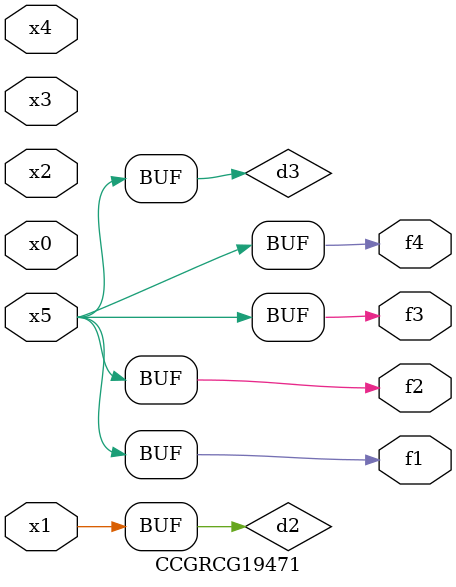
<source format=v>
module CCGRCG19471(
	input x0, x1, x2, x3, x4, x5,
	output f1, f2, f3, f4
);

	wire d1, d2, d3;

	not (d1, x5);
	or (d2, x1);
	xnor (d3, d1);
	assign f1 = d3;
	assign f2 = d3;
	assign f3 = d3;
	assign f4 = d3;
endmodule

</source>
